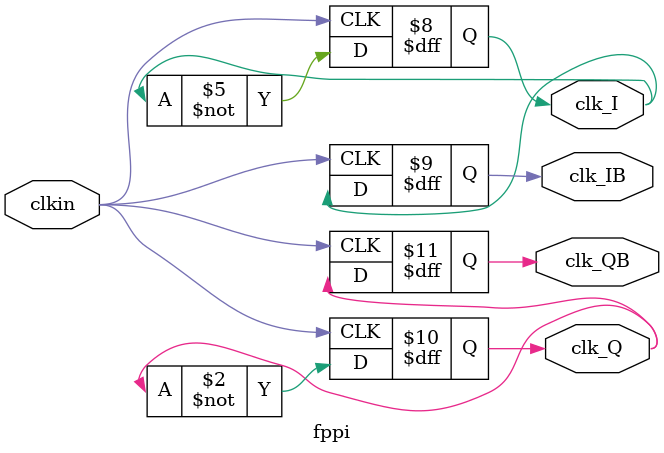
<source format=sv>
`timescale 100ps/1ps   //  unit_time / time precision

module fppi (
    input reg clkin,
    output reg clk_Q,
    output reg clk_I,
    output reg clk_QB,
    output reg clk_IB
); 
// four phases phase interpolator
// always @(posedge clkin) begin
//     clk_Q <= clkin;
//     #0.625 clk_I = clk_Q;
//     #0.625 clk_QB = clk_I;
//     #0.625 clk_IB = clk_QB;
// end
initial begin
    
    clk_Q = 1'b0;
    clk_I = 1'b0;
    clk_QB = 1'b0;
    clk_IB = 1'b0;
    
end

    always@(posedge clkin) begin
        clk_Q = ~clk_Q;
        clk_QB = ~clk_Q;
    end
    always@(negedge clkin) begin
        clk_I = ~clk_I;
        clk_IB = ~clk_I;
    end

    // always clk_QB = ~clk_Q;
    // always clk_IB = ~clk_I;

endmodule
</source>
